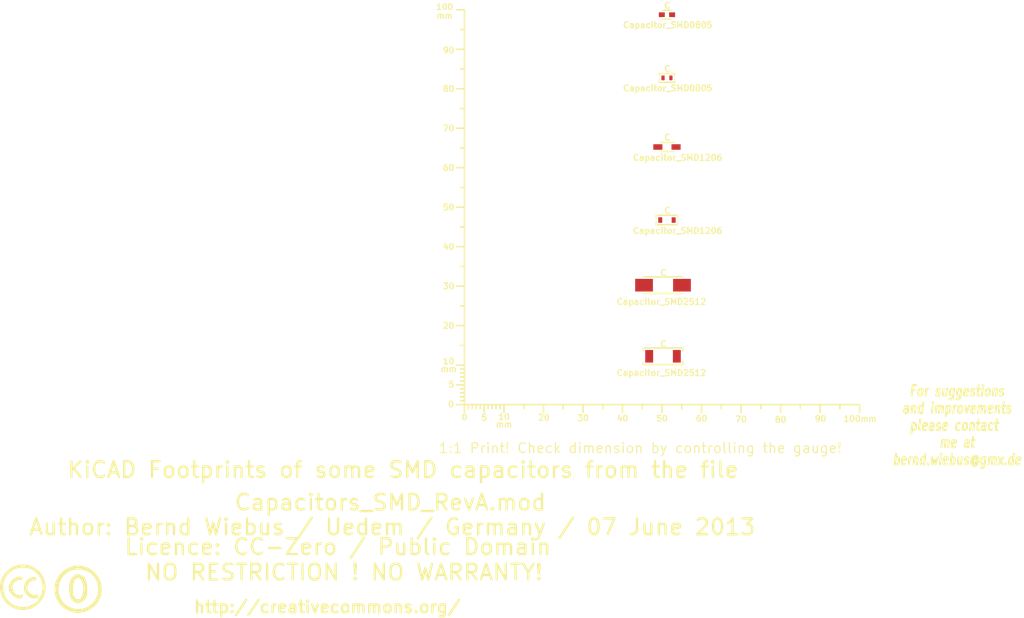
<source format=kicad_pcb>
(kicad_pcb (version 3) (host pcbnew "(2013-03-30 BZR 4007)-stable")

  (general
    (links 0)
    (no_connects 0)
    (area -16.90696 40.805099 274.02378 197.1694)
    (thickness 1.6002)
    (drawings 7)
    (tracks 0)
    (zones 0)
    (modules 9)
    (nets 1)
  )

  (page A4)
  (layers
    (15 Vorderseite signal)
    (0 Rückseite signal)
    (16 B.Adhes user)
    (17 F.Adhes user)
    (18 B.Paste user)
    (19 F.Paste user)
    (20 B.SilkS user)
    (21 F.SilkS user)
    (22 B.Mask user)
    (23 F.Mask user)
    (24 Dwgs.User user)
    (25 Cmts.User user)
    (26 Eco1.User user)
    (27 Eco2.User user)
    (28 Edge.Cuts user)
  )

  (setup
    (last_trace_width 0.2032)
    (trace_clearance 0.254)
    (zone_clearance 0.508)
    (zone_45_only no)
    (trace_min 0.2032)
    (segment_width 0.381)
    (edge_width 0.381)
    (via_size 0.889)
    (via_drill 0.635)
    (via_min_size 0.889)
    (via_min_drill 0.508)
    (uvia_size 0.508)
    (uvia_drill 0.127)
    (uvias_allowed no)
    (uvia_min_size 0.508)
    (uvia_min_drill 0.127)
    (pcb_text_width 0.3048)
    (pcb_text_size 1.524 2.032)
    (mod_edge_width 0.381)
    (mod_text_size 1.524 1.524)
    (mod_text_width 0.3048)
    (pad_size 1.524 1.524)
    (pad_drill 0.8128)
    (pad_to_mask_clearance 0.254)
    (aux_axis_origin 0 0)
    (visible_elements 7FFFFFFF)
    (pcbplotparams
      (layerselection 3178497)
      (usegerberextensions true)
      (excludeedgelayer true)
      (linewidth 60)
      (plotframeref false)
      (viasonmask false)
      (mode 1)
      (useauxorigin false)
      (hpglpennumber 1)
      (hpglpenspeed 20)
      (hpglpendiameter 15)
      (hpglpenoverlay 0)
      (psnegative false)
      (psa4output false)
      (plotreference true)
      (plotvalue true)
      (plotothertext true)
      (plotinvisibletext false)
      (padsonsilk false)
      (subtractmaskfromsilk false)
      (outputformat 1)
      (mirror false)
      (drillshape 1)
      (scaleselection 1)
      (outputdirectory ""))
  )

  (net 0 "")

  (net_class Default "Dies ist die voreingestellte Netzklasse."
    (clearance 0.254)
    (trace_width 0.2032)
    (via_dia 0.889)
    (via_drill 0.635)
    (uvia_dia 0.508)
    (uvia_drill 0.127)
    (add_net "")
  )

  (module Gauge_100mm_Type2_SilkScreenTop_RevA_Date22Jun2010 (layer Vorderseite) (tedit 4D963937) (tstamp 4D88F07A)
    (at 132.75056 141.2494)
    (descr "Gauge, Massstab, 100mm, SilkScreenTop, Type 2,")
    (tags "Gauge, Massstab, 100mm, SilkScreenTop, Type 2,")
    (path Gauge_100mm_Type2_SilkScreenTop_RevA_Date22Jun2010)
    (fp_text reference MSC (at 4.0005 8.99922) (layer F.SilkS) hide
      (effects (font (size 1.524 1.524) (thickness 0.3048)))
    )
    (fp_text value Gauge_100mm_Type2_SilkScreenTop_RevA_Date22Jun2010 (at 45.9994 8.99922) (layer F.SilkS) hide
      (effects (font (size 1.524 1.524) (thickness 0.3048)))
    )
    (fp_text user mm (at 9.99998 5.00126) (layer F.SilkS)
      (effects (font (size 1.524 1.524) (thickness 0.3048)))
    )
    (fp_text user mm (at -4.0005 -8.99922) (layer F.SilkS)
      (effects (font (size 1.524 1.524) (thickness 0.3048)))
    )
    (fp_text user mm (at -5.00126 -98.5012) (layer F.SilkS)
      (effects (font (size 1.524 1.524) (thickness 0.3048)))
    )
    (fp_text user 10 (at 10.00506 3.0988) (layer F.SilkS)
      (effects (font (size 1.50114 1.50114) (thickness 0.29972)))
    )
    (fp_text user 0 (at 0.00508 3.19786) (layer F.SilkS)
      (effects (font (size 1.39954 1.50114) (thickness 0.29972)))
    )
    (fp_text user 5 (at 5.0038 3.29946) (layer F.SilkS)
      (effects (font (size 1.50114 1.50114) (thickness 0.29972)))
    )
    (fp_text user 20 (at 20.1041 3.29946) (layer F.SilkS)
      (effects (font (size 1.50114 1.50114) (thickness 0.29972)))
    )
    (fp_text user 30 (at 30.00502 3.39852) (layer F.SilkS)
      (effects (font (size 1.50114 1.50114) (thickness 0.29972)))
    )
    (fp_text user 40 (at 40.005 3.50012) (layer F.SilkS)
      (effects (font (size 1.50114 1.50114) (thickness 0.29972)))
    )
    (fp_text user 50 (at 50.00498 3.50012) (layer F.SilkS)
      (effects (font (size 1.50114 1.50114) (thickness 0.29972)))
    )
    (fp_text user 60 (at 60.00496 3.50012) (layer F.SilkS)
      (effects (font (size 1.50114 1.50114) (thickness 0.29972)))
    )
    (fp_text user 70 (at 70.00494 3.70078) (layer F.SilkS)
      (effects (font (size 1.50114 1.50114) (thickness 0.29972)))
    )
    (fp_text user 80 (at 80.00492 3.79984) (layer F.SilkS)
      (effects (font (size 1.50114 1.50114) (thickness 0.29972)))
    )
    (fp_text user 90 (at 90.1065 3.60172) (layer F.SilkS)
      (effects (font (size 1.50114 1.50114) (thickness 0.29972)))
    )
    (fp_text user 100mm (at 100.10648 3.60172) (layer F.SilkS)
      (effects (font (size 1.50114 1.50114) (thickness 0.29972)))
    )
    (fp_line (start 0 -8.99922) (end -1.00076 -8.99922) (layer F.SilkS) (width 0.381))
    (fp_line (start 0 -8.001) (end -1.00076 -8.001) (layer F.SilkS) (width 0.381))
    (fp_line (start 0 -7.00024) (end -1.00076 -7.00024) (layer F.SilkS) (width 0.381))
    (fp_line (start 0 -5.99948) (end -1.00076 -5.99948) (layer F.SilkS) (width 0.381))
    (fp_line (start 0 -4.0005) (end -1.00076 -4.0005) (layer F.SilkS) (width 0.381))
    (fp_line (start 0 -2.99974) (end -1.00076 -2.99974) (layer F.SilkS) (width 0.381))
    (fp_line (start 0 -1.99898) (end -1.00076 -1.99898) (layer F.SilkS) (width 0.381))
    (fp_line (start 0 -1.00076) (end -1.00076 -1.00076) (layer F.SilkS) (width 0.381))
    (fp_line (start 0 0) (end -1.99898 0) (layer F.SilkS) (width 0.381))
    (fp_line (start 0 -5.00126) (end -1.99898 -5.00126) (layer F.SilkS) (width 0.381))
    (fp_line (start 0 -9.99998) (end -1.99898 -9.99998) (layer F.SilkS) (width 0.381))
    (fp_line (start 0 -15.00124) (end -1.00076 -15.00124) (layer F.SilkS) (width 0.381))
    (fp_line (start 0 -19.99996) (end -1.99898 -19.99996) (layer F.SilkS) (width 0.381))
    (fp_line (start 0 -25.00122) (end -1.00076 -25.00122) (layer F.SilkS) (width 0.381))
    (fp_line (start 0 -29.99994) (end -1.99898 -29.99994) (layer F.SilkS) (width 0.381))
    (fp_line (start 0 -35.0012) (end -1.00076 -35.0012) (layer F.SilkS) (width 0.381))
    (fp_line (start 0 -39.99992) (end -1.99898 -39.99992) (layer F.SilkS) (width 0.381))
    (fp_line (start 0 -45.00118) (end -1.00076 -45.00118) (layer F.SilkS) (width 0.381))
    (fp_line (start 0 -49.9999) (end -1.99898 -49.9999) (layer F.SilkS) (width 0.381))
    (fp_line (start 0 -55.00116) (end -1.00076 -55.00116) (layer F.SilkS) (width 0.381))
    (fp_line (start 0 -59.99988) (end -1.99898 -59.99988) (layer F.SilkS) (width 0.381))
    (fp_line (start 0 -65.00114) (end -1.00076 -65.00114) (layer F.SilkS) (width 0.381))
    (fp_line (start 0 -69.99986) (end -1.99898 -69.99986) (layer F.SilkS) (width 0.381))
    (fp_line (start 0 -75.00112) (end -1.00076 -75.00112) (layer F.SilkS) (width 0.381))
    (fp_line (start 0 -79.99984) (end -1.99898 -79.99984) (layer F.SilkS) (width 0.381))
    (fp_line (start 0 -85.0011) (end -1.00076 -85.0011) (layer F.SilkS) (width 0.381))
    (fp_line (start 0 -89.99982) (end -1.99898 -89.99982) (layer F.SilkS) (width 0.381))
    (fp_line (start 0 -95.00108) (end -1.00076 -95.00108) (layer F.SilkS) (width 0.381))
    (fp_line (start 0 0) (end 0 -99.9998) (layer F.SilkS) (width 0.381))
    (fp_line (start 0 -99.9998) (end -1.99898 -99.9998) (layer F.SilkS) (width 0.381))
    (fp_text user 100 (at -4.99872 -100.7491) (layer F.SilkS)
      (effects (font (size 1.50114 1.50114) (thickness 0.29972)))
    )
    (fp_text user 90 (at -4.0005 -89.7509) (layer F.SilkS)
      (effects (font (size 1.50114 1.50114) (thickness 0.29972)))
    )
    (fp_text user 80 (at -4.0005 -79.99984) (layer F.SilkS)
      (effects (font (size 1.50114 1.50114) (thickness 0.29972)))
    )
    (fp_text user 70 (at -4.0005 -69.99986) (layer F.SilkS)
      (effects (font (size 1.50114 1.50114) (thickness 0.29972)))
    )
    (fp_text user 60 (at -4.0005 -59.99988) (layer F.SilkS)
      (effects (font (size 1.50114 1.50114) (thickness 0.29972)))
    )
    (fp_text user 50 (at -4.0005 -49.9999) (layer F.SilkS)
      (effects (font (size 1.50114 1.50114) (thickness 0.34036)))
    )
    (fp_text user 40 (at -4.0005 -39.99992) (layer F.SilkS)
      (effects (font (size 1.50114 1.50114) (thickness 0.29972)))
    )
    (fp_text user 30 (at -4.0005 -29.99994) (layer F.SilkS)
      (effects (font (size 1.50114 1.50114) (thickness 0.29972)))
    )
    (fp_text user 20 (at -4.0005 -19.99996) (layer F.SilkS)
      (effects (font (size 1.50114 1.50114) (thickness 0.29972)))
    )
    (fp_line (start 95.00108 0) (end 95.00108 1.00076) (layer F.SilkS) (width 0.381))
    (fp_line (start 89.99982 0) (end 89.99982 1.99898) (layer F.SilkS) (width 0.381))
    (fp_line (start 85.0011 0) (end 85.0011 1.00076) (layer F.SilkS) (width 0.381))
    (fp_line (start 79.99984 0) (end 79.99984 1.99898) (layer F.SilkS) (width 0.381))
    (fp_line (start 75.00112 0) (end 75.00112 1.00076) (layer F.SilkS) (width 0.381))
    (fp_line (start 69.99986 0) (end 69.99986 1.99898) (layer F.SilkS) (width 0.381))
    (fp_line (start 65.00114 0) (end 65.00114 1.00076) (layer F.SilkS) (width 0.381))
    (fp_line (start 59.99988 0) (end 59.99988 1.99898) (layer F.SilkS) (width 0.381))
    (fp_line (start 55.00116 0) (end 55.00116 1.00076) (layer F.SilkS) (width 0.381))
    (fp_line (start 49.9999 0) (end 49.9999 1.99898) (layer F.SilkS) (width 0.381))
    (fp_line (start 45.00118 0) (end 45.00118 1.00076) (layer F.SilkS) (width 0.381))
    (fp_line (start 39.99992 0) (end 39.99992 1.99898) (layer F.SilkS) (width 0.381))
    (fp_line (start 35.0012 0) (end 35.0012 1.00076) (layer F.SilkS) (width 0.381))
    (fp_line (start 29.99994 0) (end 29.99994 1.99898) (layer F.SilkS) (width 0.381))
    (fp_line (start 25.00122 0) (end 25.00122 1.00076) (layer F.SilkS) (width 0.381))
    (fp_line (start 19.99996 0) (end 19.99996 1.99898) (layer F.SilkS) (width 0.381))
    (fp_line (start 15.00124 0) (end 15.00124 1.00076) (layer F.SilkS) (width 0.381))
    (fp_line (start 9.99998 0) (end 99.9998 0) (layer F.SilkS) (width 0.381))
    (fp_line (start 99.9998 0) (end 99.9998 1.99898) (layer F.SilkS) (width 0.381))
    (fp_text user 5 (at -3.302 -5.10286) (layer F.SilkS)
      (effects (font (size 1.50114 1.50114) (thickness 0.29972)))
    )
    (fp_text user 0 (at -3.4036 -0.10414) (layer F.SilkS)
      (effects (font (size 1.50114 1.50114) (thickness 0.29972)))
    )
    (fp_text user 10 (at -4.0005 -11.00074) (layer F.SilkS)
      (effects (font (size 1.50114 1.50114) (thickness 0.29972)))
    )
    (fp_line (start 8.99922 0) (end 8.99922 1.00076) (layer F.SilkS) (width 0.381))
    (fp_line (start 8.001 0) (end 8.001 1.00076) (layer F.SilkS) (width 0.381))
    (fp_line (start 7.00024 0) (end 7.00024 1.00076) (layer F.SilkS) (width 0.381))
    (fp_line (start 5.99948 0) (end 5.99948 1.00076) (layer F.SilkS) (width 0.381))
    (fp_line (start 4.0005 0) (end 4.0005 1.00076) (layer F.SilkS) (width 0.381))
    (fp_line (start 2.99974 0) (end 2.99974 1.00076) (layer F.SilkS) (width 0.381))
    (fp_line (start 1.99898 0) (end 1.99898 1.00076) (layer F.SilkS) (width 0.381))
    (fp_line (start 1.00076 0) (end 1.00076 1.00076) (layer F.SilkS) (width 0.381))
    (fp_line (start 5.00126 0) (end 5.00126 1.99898) (layer F.SilkS) (width 0.381))
    (fp_line (start 0 0) (end 0 1.99898) (layer F.SilkS) (width 0.381))
    (fp_line (start 0 0) (end 9.99998 0) (layer F.SilkS) (width 0.381))
    (fp_line (start 9.99998 0) (end 9.99998 1.99898) (layer F.SilkS) (width 0.381))
  )

  (module Symbol_CC-PublicDomain_SilkScreenTop_Big (layer Vorderseite) (tedit 515D641F) (tstamp 515F0B64)
    (at 35 188)
    (descr "Symbol, CC-PublicDomain, SilkScreen Top, Big,")
    (tags "Symbol, CC-PublicDomain, SilkScreen Top, Big,")
    (path Symbol_CC-Noncommercial_CopperTop_Big)
    (fp_text reference Sym (at 0.59944 -7.29996) (layer F.SilkS) hide
      (effects (font (size 1.524 1.524) (thickness 0.3048)))
    )
    (fp_text value Symbol_CC-PublicDomain_SilkScreenTop_Big (at 0.59944 8.001) (layer F.SilkS) hide
      (effects (font (size 1.524 1.524) (thickness 0.3048)))
    )
    (fp_circle (center 0 0) (end 5.8 -0.05) (layer F.SilkS) (width 0.381))
    (fp_circle (center 0 0) (end 5.5 0) (layer F.SilkS) (width 0.381))
    (fp_circle (center 0.05 0) (end 5.25 0) (layer F.SilkS) (width 0.381))
    (fp_line (start 1.1 -2.5) (end 1.4 -1.9) (layer F.SilkS) (width 0.381))
    (fp_line (start -1.8 1.2) (end -1.6 1.9) (layer F.SilkS) (width 0.381))
    (fp_line (start -1.6 1.9) (end -1.2 2.5) (layer F.SilkS) (width 0.381))
    (fp_line (start 0 -3) (end 0.75 -2.75) (layer F.SilkS) (width 0.381))
    (fp_line (start 0.75 -2.75) (end 1 -2.25) (layer F.SilkS) (width 0.381))
    (fp_line (start 1 -2.25) (end 1.5 -1) (layer F.SilkS) (width 0.381))
    (fp_line (start 1.5 -1) (end 1.5 -0.5) (layer F.SilkS) (width 0.381))
    (fp_line (start 1.5 -0.5) (end 1.5 0.5) (layer F.SilkS) (width 0.381))
    (fp_line (start 1.5 0.5) (end 1.25 1.5) (layer F.SilkS) (width 0.381))
    (fp_line (start 1.25 1.5) (end 0.75 2.5) (layer F.SilkS) (width 0.381))
    (fp_line (start 0.75 2.5) (end 0.25 2.75) (layer F.SilkS) (width 0.381))
    (fp_line (start 0.25 2.75) (end -0.25 2.75) (layer F.SilkS) (width 0.381))
    (fp_line (start -0.25 2.75) (end -0.75 2.5) (layer F.SilkS) (width 0.381))
    (fp_line (start -0.75 2.5) (end -1.25 1.75) (layer F.SilkS) (width 0.381))
    (fp_line (start -1.25 1.75) (end -1.5 0.75) (layer F.SilkS) (width 0.381))
    (fp_line (start -1.5 0.75) (end -1.5 -0.75) (layer F.SilkS) (width 0.381))
    (fp_line (start -1.5 -0.75) (end -1.25 -1.75) (layer F.SilkS) (width 0.381))
    (fp_line (start -1.25 -1.75) (end -1 -2.5) (layer F.SilkS) (width 0.381))
    (fp_line (start -1 -2.5) (end -0.3 -2.9) (layer F.SilkS) (width 0.381))
    (fp_line (start -0.3 -2.9) (end 0.2 -3) (layer F.SilkS) (width 0.381))
    (fp_line (start 0.2 -3) (end 0.8 -3) (layer F.SilkS) (width 0.381))
    (fp_line (start 0.8 -3) (end 1.4 -2.3) (layer F.SilkS) (width 0.381))
    (fp_line (start 1.4 -2.3) (end 1.6 -1.4) (layer F.SilkS) (width 0.381))
    (fp_line (start 1.6 -1.4) (end 1.7 -0.3) (layer F.SilkS) (width 0.381))
    (fp_line (start 1.7 -0.3) (end 1.7 0.9) (layer F.SilkS) (width 0.381))
    (fp_line (start 1.7 0.9) (end 1.4 1.8) (layer F.SilkS) (width 0.381))
    (fp_line (start 1.4 1.8) (end 1 2.7) (layer F.SilkS) (width 0.381))
    (fp_line (start 1 2.7) (end 0.5 3) (layer F.SilkS) (width 0.381))
    (fp_line (start 0.5 3) (end -0.4 3) (layer F.SilkS) (width 0.381))
    (fp_line (start -0.4 3) (end -1.3 2.3) (layer F.SilkS) (width 0.381))
    (fp_line (start -1.3 2.3) (end -1.7 1) (layer F.SilkS) (width 0.381))
    (fp_line (start -1.7 1) (end -1.8 -0.7) (layer F.SilkS) (width 0.381))
    (fp_line (start -1.8 -0.7) (end -1.4 -2.2) (layer F.SilkS) (width 0.381))
    (fp_line (start -1.4 -2.2) (end -1 -2.9) (layer F.SilkS) (width 0.381))
    (fp_line (start -1 -2.9) (end -0.2 -3.3) (layer F.SilkS) (width 0.381))
    (fp_line (start -0.2 -3.3) (end 0.7 -3.2) (layer F.SilkS) (width 0.381))
    (fp_line (start 0.7 -3.2) (end 1.3 -3.1) (layer F.SilkS) (width 0.381))
    (fp_line (start 1.3 -3.1) (end 1.7 -2.4) (layer F.SilkS) (width 0.381))
    (fp_line (start 1.7 -2.4) (end 2 -1.6) (layer F.SilkS) (width 0.381))
    (fp_line (start 2 -1.6) (end 2.1 -0.6) (layer F.SilkS) (width 0.381))
    (fp_line (start 2.1 -0.6) (end 2.1 0.3) (layer F.SilkS) (width 0.381))
    (fp_line (start 2.1 0.3) (end 2.1 1.3) (layer F.SilkS) (width 0.381))
    (fp_line (start 2.1 1.3) (end 1.9 1.8) (layer F.SilkS) (width 0.381))
    (fp_line (start 1.9 1.8) (end 1.5 2.6) (layer F.SilkS) (width 0.381))
    (fp_line (start 1.5 2.6) (end 1.1 3) (layer F.SilkS) (width 0.381))
    (fp_line (start 1.1 3) (end 0.4 3.3) (layer F.SilkS) (width 0.381))
    (fp_line (start 0.4 3.3) (end -0.1 3.4) (layer F.SilkS) (width 0.381))
    (fp_line (start -0.1 3.4) (end -0.8 3.2) (layer F.SilkS) (width 0.381))
    (fp_line (start -0.8 3.2) (end -1.5 2.6) (layer F.SilkS) (width 0.381))
    (fp_line (start -1.5 2.6) (end -1.9 1.7) (layer F.SilkS) (width 0.381))
    (fp_line (start -1.9 1.7) (end -2.1 0.4) (layer F.SilkS) (width 0.381))
    (fp_line (start -2.1 0.4) (end -2.1 -0.6) (layer F.SilkS) (width 0.381))
    (fp_line (start -2.1 -0.6) (end -2 -1.6) (layer F.SilkS) (width 0.381))
    (fp_line (start -2 -1.6) (end -1.7 -2.4) (layer F.SilkS) (width 0.381))
    (fp_line (start -1.7 -2.4) (end -1.2 -3.1) (layer F.SilkS) (width 0.381))
    (fp_line (start -1.2 -3.1) (end -0.4 -3.6) (layer F.SilkS) (width 0.381))
    (fp_line (start -0.4 -3.6) (end 0.4 -3.6) (layer F.SilkS) (width 0.381))
    (fp_line (start 0.4 -3.6) (end 1.1 -3.2) (layer F.SilkS) (width 0.381))
    (fp_line (start 1.1 -3.2) (end 1.1 -2.9) (layer F.SilkS) (width 0.381))
    (fp_line (start 1.1 -2.9) (end 1.8 -1.5) (layer F.SilkS) (width 0.381))
    (fp_line (start 1.8 -1.5) (end 1.8 -0.4) (layer F.SilkS) (width 0.381))
    (fp_line (start 1.8 -0.4) (end 1.8 1.1) (layer F.SilkS) (width 0.381))
    (fp_line (start 1.8 1.1) (end 1.2 2.6) (layer F.SilkS) (width 0.381))
    (fp_line (start 1.2 2.6) (end 0.2 3.2) (layer F.SilkS) (width 0.381))
    (fp_line (start 0.2 3.2) (end -0.5 3.2) (layer F.SilkS) (width 0.381))
    (fp_line (start -0.5 3.2) (end -1.1 2.7) (layer F.SilkS) (width 0.381))
    (fp_line (start -1.1 2.7) (end -1.9 0.6) (layer F.SilkS) (width 0.381))
    (fp_line (start -1.9 0.6) (end -1.7 -1.9) (layer F.SilkS) (width 0.381))
  )

  (module Symbol_CreativeCommons_SilkScreenTop_Type2_Big (layer Vorderseite) (tedit 515D640C) (tstamp 515F46B2)
    (at 21 187.5)
    (descr "Symbol, Creative Commons, SilkScreen Top, Type 2, Big,")
    (tags "Symbol, Creative Commons, SilkScreen Top, Type 2, Big,")
    (path Symbol_CreativeCommons_CopperTop_Type2_Big)
    (fp_text reference Sym (at 0.59944 -7.29996) (layer F.SilkS) hide
      (effects (font (size 1.524 1.524) (thickness 0.3048)))
    )
    (fp_text value Symbol_CreativeCommons_Typ2_SilkScreenTop_Big (at 0.59944 8.001) (layer F.SilkS) hide
      (effects (font (size 1.524 1.524) (thickness 0.3048)))
    )
    (fp_line (start -0.70104 2.70002) (end -0.29972 2.60096) (layer F.SilkS) (width 0.381))
    (fp_line (start -0.29972 2.60096) (end -0.20066 2.10058) (layer F.SilkS) (width 0.381))
    (fp_line (start -2.49936 -1.69926) (end -2.70002 -1.6002) (layer F.SilkS) (width 0.381))
    (fp_line (start -2.70002 -1.6002) (end -3.0988 -1.00076) (layer F.SilkS) (width 0.381))
    (fp_line (start -3.0988 -1.00076) (end -3.29946 -0.50038) (layer F.SilkS) (width 0.381))
    (fp_line (start -3.29946 -0.50038) (end -3.40106 0.39878) (layer F.SilkS) (width 0.381))
    (fp_line (start -3.40106 0.39878) (end -3.29946 0.89916) (layer F.SilkS) (width 0.381))
    (fp_line (start -0.19812 2.4003) (end -0.29718 2.59842) (layer F.SilkS) (width 0.381))
    (fp_line (start 3.70078 2.10058) (end 3.79984 2.4003) (layer F.SilkS) (width 0.381))
    (fp_line (start 2.99974 -2.4003) (end 3.29946 -2.30124) (layer F.SilkS) (width 0.381))
    (fp_line (start 3.29946 -2.30124) (end 3.0988 -1.99898) (layer F.SilkS) (width 0.381))
    (fp_line (start 0 -5.40004) (end -0.50038 -5.40004) (layer F.SilkS) (width 0.381))
    (fp_line (start -0.50038 -5.40004) (end -1.30048 -5.10032) (layer F.SilkS) (width 0.381))
    (fp_line (start -1.30048 -5.10032) (end -1.99898 -4.89966) (layer F.SilkS) (width 0.381))
    (fp_line (start -1.99898 -4.89966) (end -2.70002 -4.699) (layer F.SilkS) (width 0.381))
    (fp_line (start -2.70002 -4.699) (end -3.29946 -4.20116) (layer F.SilkS) (width 0.381))
    (fp_line (start -3.29946 -4.20116) (end -4.0005 -3.59918) (layer F.SilkS) (width 0.381))
    (fp_line (start -4.0005 -3.59918) (end -4.50088 -2.99974) (layer F.SilkS) (width 0.381))
    (fp_line (start -4.50088 -2.99974) (end -5.00126 -2.10058) (layer F.SilkS) (width 0.381))
    (fp_line (start -5.00126 -2.10058) (end -5.30098 -1.09982) (layer F.SilkS) (width 0.381))
    (fp_line (start -5.30098 -1.09982) (end -5.40004 0.09906) (layer F.SilkS) (width 0.381))
    (fp_line (start -5.40004 0.09906) (end -5.19938 1.30048) (layer F.SilkS) (width 0.381))
    (fp_line (start -5.19938 1.30048) (end -4.8006 2.4003) (layer F.SilkS) (width 0.381))
    (fp_line (start -4.8006 2.4003) (end -3.79984 3.8989) (layer F.SilkS) (width 0.381))
    (fp_line (start -3.79984 3.8989) (end -2.60096 4.8006) (layer F.SilkS) (width 0.381))
    (fp_line (start -2.60096 4.8006) (end -1.30048 5.30098) (layer F.SilkS) (width 0.381))
    (fp_line (start -1.30048 5.30098) (end 0.09906 5.30098) (layer F.SilkS) (width 0.381))
    (fp_line (start 0.09906 5.30098) (end 1.6002 5.19938) (layer F.SilkS) (width 0.381))
    (fp_line (start 1.6002 5.19938) (end 2.60096 4.699) (layer F.SilkS) (width 0.381))
    (fp_line (start 2.60096 4.699) (end 4.20116 3.40106) (layer F.SilkS) (width 0.381))
    (fp_line (start 4.20116 3.40106) (end 5.00126 1.80086) (layer F.SilkS) (width 0.381))
    (fp_line (start 5.00126 1.80086) (end 5.40004 0.29972) (layer F.SilkS) (width 0.381))
    (fp_line (start 5.40004 0.29972) (end 5.19938 -1.39954) (layer F.SilkS) (width 0.381))
    (fp_line (start 5.19938 -1.39954) (end 4.699 -2.49936) (layer F.SilkS) (width 0.381))
    (fp_line (start 4.699 -2.49936) (end 3.40106 -4.09956) (layer F.SilkS) (width 0.381))
    (fp_line (start 3.40106 -4.09956) (end 2.4003 -4.8006) (layer F.SilkS) (width 0.381))
    (fp_line (start 2.4003 -4.8006) (end 1.39954 -5.19938) (layer F.SilkS) (width 0.381))
    (fp_line (start 1.39954 -5.19938) (end 0 -5.30098) (layer F.SilkS) (width 0.381))
    (fp_line (start 0.60198 -0.70104) (end 0.50292 -0.20066) (layer F.SilkS) (width 0.381))
    (fp_line (start 0.50292 -0.20066) (end 0.50292 0.49784) (layer F.SilkS) (width 0.381))
    (fp_line (start 0.50292 0.49784) (end 0.60198 1.09982) (layer F.SilkS) (width 0.381))
    (fp_line (start 0.60198 1.09982) (end 1.00076 1.69926) (layer F.SilkS) (width 0.381))
    (fp_line (start 1.00076 1.69926) (end 1.50114 2.19964) (layer F.SilkS) (width 0.381))
    (fp_line (start 1.50114 2.19964) (end 2.10058 2.49936) (layer F.SilkS) (width 0.381))
    (fp_line (start 2.10058 2.49936) (end 2.60096 2.59842) (layer F.SilkS) (width 0.381))
    (fp_line (start 2.60096 2.59842) (end 3.00228 2.59842) (layer F.SilkS) (width 0.381))
    (fp_line (start 3.00228 2.59842) (end 3.40106 2.59842) (layer F.SilkS) (width 0.381))
    (fp_line (start 3.40106 2.59842) (end 3.80238 2.49936) (layer F.SilkS) (width 0.381))
    (fp_line (start 3.80238 2.49936) (end 3.70078 2.2987) (layer F.SilkS) (width 0.381))
    (fp_line (start 3.70078 2.2987) (end 2.80162 2.4003) (layer F.SilkS) (width 0.381))
    (fp_line (start 2.80162 2.4003) (end 1.80086 2.09804) (layer F.SilkS) (width 0.381))
    (fp_line (start 1.80086 2.09804) (end 1.20142 1.6002) (layer F.SilkS) (width 0.381))
    (fp_line (start 1.20142 1.6002) (end 0.80264 0.6985) (layer F.SilkS) (width 0.381))
    (fp_line (start 0.80264 0.6985) (end 0.70104 -0.29972) (layer F.SilkS) (width 0.381))
    (fp_line (start 0.70104 -0.29972) (end 1.00076 -1.00076) (layer F.SilkS) (width 0.381))
    (fp_line (start 1.00076 -1.00076) (end 1.60274 -1.7018) (layer F.SilkS) (width 0.381))
    (fp_line (start 1.60274 -1.7018) (end 2.30124 -2.10058) (layer F.SilkS) (width 0.381))
    (fp_line (start 2.30124 -2.10058) (end 3.00228 -2.10058) (layer F.SilkS) (width 0.381))
    (fp_line (start 3.00228 -2.10058) (end 3.10134 -1.89992) (layer F.SilkS) (width 0.381))
    (fp_line (start 3.10134 -1.89992) (end 2.5019 -1.89992) (layer F.SilkS) (width 0.381))
    (fp_line (start 2.5019 -1.89992) (end 1.80086 -1.6002) (layer F.SilkS) (width 0.381))
    (fp_line (start 1.80086 -1.6002) (end 1.30048 -1.00076) (layer F.SilkS) (width 0.381))
    (fp_line (start 1.30048 -1.00076) (end 1.00076 -0.40132) (layer F.SilkS) (width 0.381))
    (fp_line (start 1.00076 -0.40132) (end 1.00076 0.09906) (layer F.SilkS) (width 0.381))
    (fp_line (start 1.00076 0.09906) (end 1.00076 0.6985) (layer F.SilkS) (width 0.381))
    (fp_line (start 1.00076 0.6985) (end 1.30048 1.19888) (layer F.SilkS) (width 0.381))
    (fp_line (start 1.30048 1.19888) (end 1.7018 1.69926) (layer F.SilkS) (width 0.381))
    (fp_line (start 1.7018 1.69926) (end 2.30124 1.99898) (layer F.SilkS) (width 0.381))
    (fp_line (start 2.30124 1.99898) (end 2.90068 2.09804) (layer F.SilkS) (width 0.381))
    (fp_line (start 2.90068 2.09804) (end 3.40106 2.09804) (layer F.SilkS) (width 0.381))
    (fp_line (start 3.40106 2.09804) (end 3.70078 1.99898) (layer F.SilkS) (width 0.381))
    (fp_line (start 3.00228 -2.4003) (end 2.40284 -2.4003) (layer F.SilkS) (width 0.381))
    (fp_line (start 2.40284 -2.4003) (end 2.00152 -2.20218) (layer F.SilkS) (width 0.381))
    (fp_line (start 2.00152 -2.20218) (end 1.50114 -2.00152) (layer F.SilkS) (width 0.381))
    (fp_line (start 1.50114 -2.00152) (end 1.10236 -1.6002) (layer F.SilkS) (width 0.381))
    (fp_line (start 1.10236 -1.6002) (end 0.80264 -1.09982) (layer F.SilkS) (width 0.381))
    (fp_line (start 0.80264 -1.09982) (end 0.60198 -0.70104) (layer F.SilkS) (width 0.381))
    (fp_line (start -0.39878 -1.99898) (end -0.89916 -1.99898) (layer F.SilkS) (width 0.381))
    (fp_line (start -0.89916 -1.99898) (end -1.39954 -1.89738) (layer F.SilkS) (width 0.381))
    (fp_line (start -1.39954 -1.89738) (end -1.89992 -1.59766) (layer F.SilkS) (width 0.381))
    (fp_line (start -1.89992 -1.59766) (end -2.4003 -1.19888) (layer F.SilkS) (width 0.381))
    (fp_line (start -2.4003 -1.30048) (end -2.70002 -0.8001) (layer F.SilkS) (width 0.381))
    (fp_line (start -2.70002 -0.8001) (end -2.79908 -0.29972) (layer F.SilkS) (width 0.381))
    (fp_line (start -2.79908 -0.29972) (end -2.79908 0.20066) (layer F.SilkS) (width 0.381))
    (fp_line (start -2.79908 0.20066) (end -2.59842 1.00076) (layer F.SilkS) (width 0.381))
    (fp_line (start -2.69748 1.00076) (end -2.39776 1.39954) (layer F.SilkS) (width 0.381))
    (fp_line (start -2.29616 1.4986) (end -1.79578 1.89992) (layer F.SilkS) (width 0.381))
    (fp_line (start -1.79578 1.89992) (end -1.29794 2.09804) (layer F.SilkS) (width 0.381))
    (fp_line (start -1.29794 2.09804) (end -0.89662 2.19964) (layer F.SilkS) (width 0.381))
    (fp_line (start -0.89662 2.19964) (end -0.49784 2.19964) (layer F.SilkS) (width 0.381))
    (fp_line (start -0.49784 2.19964) (end -0.19812 2.09804) (layer F.SilkS) (width 0.381))
    (fp_line (start -0.19812 2.09804) (end -0.29718 2.4003) (layer F.SilkS) (width 0.381))
    (fp_line (start -0.29718 2.4003) (end -0.89662 2.49936) (layer F.SilkS) (width 0.381))
    (fp_line (start -0.89662 2.49936) (end -1.59766 2.2987) (layer F.SilkS) (width 0.381))
    (fp_line (start -1.59766 2.2987) (end -2.29616 1.79832) (layer F.SilkS) (width 0.381))
    (fp_line (start -2.29616 1.79832) (end -2.79654 1.29794) (layer F.SilkS) (width 0.381))
    (fp_line (start -2.79908 1.39954) (end -2.99974 0.70104) (layer F.SilkS) (width 0.381))
    (fp_line (start -2.99974 0.70104) (end -3.0988 0) (layer F.SilkS) (width 0.381))
    (fp_line (start -3.0988 0) (end -2.99974 -0.59944) (layer F.SilkS) (width 0.381))
    (fp_line (start -2.99974 -0.8001) (end -2.70002 -1.30048) (layer F.SilkS) (width 0.381))
    (fp_line (start -2.70002 -1.09982) (end -2.19964 -1.6002) (layer F.SilkS) (width 0.381))
    (fp_line (start -2.19964 -1.69926) (end -1.69926 -1.99898) (layer F.SilkS) (width 0.381))
    (fp_line (start -1.69926 -1.99898) (end -1.19888 -2.19964) (layer F.SilkS) (width 0.381))
    (fp_line (start -1.19888 -2.19964) (end -0.6985 -2.19964) (layer F.SilkS) (width 0.381))
    (fp_line (start -0.6985 -2.19964) (end -0.29972 -2.19964) (layer F.SilkS) (width 0.381))
    (fp_line (start -0.29972 -2.19964) (end -0.20066 -2.39776) (layer F.SilkS) (width 0.381))
    (fp_line (start -0.20066 -2.39776) (end -0.59944 -2.49936) (layer F.SilkS) (width 0.381))
    (fp_line (start -0.59944 -2.49936) (end -1.00076 -2.49936) (layer F.SilkS) (width 0.381))
    (fp_line (start -1.00076 -2.49936) (end -1.4986 -2.39776) (layer F.SilkS) (width 0.381))
    (fp_line (start -1.4986 -2.39776) (end -2.10058 -2.09804) (layer F.SilkS) (width 0.381))
    (fp_line (start -2.10058 -2.09804) (end -2.59842 -1.69926) (layer F.SilkS) (width 0.381))
    (fp_line (start -2.59842 -1.6002) (end -3.0988 -0.89916) (layer F.SilkS) (width 0.381))
    (fp_line (start -3.0988 -0.89916) (end -3.29946 -0.29972) (layer F.SilkS) (width 0.381))
    (fp_line (start -3.29946 -0.29972) (end -3.29946 0.40132) (layer F.SilkS) (width 0.381))
    (fp_line (start -3.29946 0.40132) (end -3.2004 1.00076) (layer F.SilkS) (width 0.381))
    (fp_line (start -3.29946 0.8001) (end -2.99974 1.39954) (layer F.SilkS) (width 0.381))
    (fp_line (start -2.89814 1.4986) (end -2.49682 1.99898) (layer F.SilkS) (width 0.381))
    (fp_line (start -2.49682 1.99898) (end -1.89738 2.4003) (layer F.SilkS) (width 0.381))
    (fp_line (start -1.89738 2.4003) (end -1.19634 2.59842) (layer F.SilkS) (width 0.381))
    (fp_line (start -1.19634 2.59842) (end -0.69596 2.70002) (layer F.SilkS) (width 0.381))
    (fp_line (start -2.9972 1.19888) (end -2.59842 1.19888) (layer F.SilkS) (width 0.381))
    (fp_circle (center 0 0) (end 5.08 1.016) (layer F.SilkS) (width 0.381))
    (fp_circle (center 0 0) (end 5.588 0) (layer F.SilkS) (width 0.381))
  )

  (module Capacitor_SMD0805 (layer Vorderseite) (tedit 4C1FAC9D) (tstamp 51B1AA07)
    (at 184 42.5)
    (descr "Capacitor, SMD, 0805, Hand soldering,")
    (tags "Capacitor, SMD, 0805, Hand soldering,")
    (fp_text reference C (at 0.09906 -2.30124) (layer F.SilkS)
      (effects (font (size 1.524 1.524) (thickness 0.3048)))
    )
    (fp_text value Capacitor_SMD0805 (at 0.20066 2.60096) (layer F.SilkS)
      (effects (font (size 1.524 1.524) (thickness 0.3048)))
    )
    (fp_line (start 0 -1.143) (end -1.016 -1.143) (layer F.SilkS) (width 0.381))
    (fp_line (start 0 -1.143) (end 1.016 -1.143) (layer F.SilkS) (width 0.381))
    (fp_line (start 0 1.143) (end -1.016 1.143) (layer F.SilkS) (width 0.381))
    (fp_line (start 0 1.143) (end 1.016 1.143) (layer F.SilkS) (width 0.381))
    (pad 1 smd rect (at -1.30048 0) (size 1.50114 1.19888)
      (layers Vorderseite F.Paste F.Mask)
    )
    (pad 2 smd rect (at 1.30048 0) (size 1.50114 1.19888)
      (layers Vorderseite F.Paste F.Mask)
    )
  )

  (module Capacitor_SMD0805 (layer Vorderseite) (tedit 4C1FAA90) (tstamp 51B1AA71)
    (at 184 58.5)
    (descr "Capacitor, SMD, 0805, Reflow, Wave,")
    (tags "Capacitor, SMD, 0805, Reflow, Wave,")
    (fp_text reference C (at 0.09906 -2.30124) (layer F.SilkS)
      (effects (font (size 1.524 1.524) (thickness 0.3048)))
    )
    (fp_text value Capacitor_SMD0805 (at 0.20066 2.60096) (layer F.SilkS)
      (effects (font (size 1.524 1.524) (thickness 0.3048)))
    )
    (fp_line (start -1.89992 0.50038) (end -1.89992 1.09982) (layer F.SilkS) (width 0.381))
    (fp_line (start -1.89992 1.09982) (end 1.89992 1.09982) (layer F.SilkS) (width 0.381))
    (fp_line (start 1.89992 1.09982) (end 1.89992 0.50038) (layer F.SilkS) (width 0.381))
    (fp_line (start 1.89992 -0.50038) (end 1.89992 -1.09982) (layer F.SilkS) (width 0.381))
    (fp_line (start 1.89992 -1.09982) (end -1.89992 -1.09982) (layer F.SilkS) (width 0.381))
    (fp_line (start -1.89992 -1.09982) (end -1.89992 -0.50038) (layer F.SilkS) (width 0.381))
    (pad 1 smd rect (at -1.00076 0) (size 0.8001 1.19888)
      (layers Vorderseite F.Paste F.Mask)
    )
    (pad 2 smd rect (at 1.00076 0) (size 0.8001 1.19888)
      (layers Vorderseite F.Paste F.Mask)
    )
  )

  (module Capacitor_SMD1206 (layer Vorderseite) (tedit 4C1FAE9D) (tstamp 51B1AAD9)
    (at 184 76)
    (descr "Capacitor, SMD, 1206, HandSoldering,")
    (tags "Capacitor, SMD, 1206, Hand soldering,")
    (fp_text reference C (at 0.09906 -2.4003) (layer F.SilkS)
      (effects (font (size 1.524 1.524) (thickness 0.3048)))
    )
    (fp_text value Capacitor_SMD1206 (at 2.70002 2.70002) (layer F.SilkS)
      (effects (font (size 1.524 1.524) (thickness 0.3048)))
    )
    (fp_line (start 1.651 1.143) (end -1.651 1.143) (layer F.SilkS) (width 0.381))
    (fp_line (start 0 -1.143) (end -1.651 -1.143) (layer F.SilkS) (width 0.381))
    (fp_line (start 0 -1.143) (end 1.651 -1.143) (layer F.SilkS) (width 0.381))
    (pad 1 smd rect (at -2.30124 0) (size 2.30124 1.39954)
      (layers Vorderseite F.Paste F.Mask)
    )
    (pad 2 smd rect (at 2.30124 0) (size 2.30124 1.39954)
      (layers Vorderseite F.Paste F.Mask)
    )
  )

  (module Capacitor_SMD1206 (layer Vorderseite) (tedit 4C1FAA03) (tstamp 51B1AB41)
    (at 184 94.5)
    (descr "Capacitor, SMD, 1206, Reflow, Wave,")
    (tags "Capacitor, SMD, 1206, Reflow, Wave,")
    (fp_text reference C (at 0.09906 -2.4003) (layer F.SilkS)
      (effects (font (size 1.524 1.524) (thickness 0.3048)))
    )
    (fp_text value Capacitor_SMD1206 (at 2.70002 2.70002) (layer F.SilkS)
      (effects (font (size 1.524 1.524) (thickness 0.3048)))
    )
    (fp_line (start -2.70002 0.50038) (end -2.70002 1.19888) (layer F.SilkS) (width 0.381))
    (fp_line (start -2.70002 1.19888) (end 2.70002 1.19888) (layer F.SilkS) (width 0.381))
    (fp_line (start 2.70002 1.19888) (end 2.70002 0.50038) (layer F.SilkS) (width 0.381))
    (fp_line (start 2.70002 -0.50038) (end 2.70002 -1.19888) (layer F.SilkS) (width 0.381))
    (fp_line (start 2.70002 -1.19888) (end -2.70002 -1.19888) (layer F.SilkS) (width 0.381))
    (fp_line (start -2.70002 -1.19888) (end -2.70002 -0.50038) (layer F.SilkS) (width 0.381))
    (pad 1 smd rect (at -1.69926 0) (size 1.00076 1.39954)
      (layers Vorderseite F.Paste F.Mask)
    )
    (pad 2 smd rect (at 1.69926 0) (size 1.00076 1.39954)
      (layers Vorderseite F.Paste F.Mask)
    )
  )

  (module Capacitor_SMD2512 (layer Vorderseite) (tedit 4C1FB425) (tstamp 51B1ABAF)
    (at 183 111)
    (descr "Capacitor, SMD, 2512, Hand soldering,")
    (tags "Capacitor, SMD, 2512, Hand soldering,")
    (fp_text reference C (at 0.09906 -3.0988) (layer F.SilkS)
      (effects (font (size 1.524 1.524) (thickness 0.3048)))
    )
    (fp_text value Capacitor_SMD2512 (at -0.39878 4.20116) (layer F.SilkS)
      (effects (font (size 1.524 1.524) (thickness 0.3048)))
    )
    (fp_circle (center 0 0) (end 0.8001 0) (layer F.Adhes) (width 0.381))
    (fp_line (start -5.00126 2.10058) (end 5.00126 2.10058) (layer F.SilkS) (width 0.381))
    (fp_line (start 4.89966 -2.10058) (end -1.50114 -2.10058) (layer F.SilkS) (width 0.381))
    (fp_line (start -1.50114 -2.10058) (end -5.00126 -2.10058) (layer F.SilkS) (width 0.381))
    (fp_circle (center 0 0) (end 0.50038 0) (layer F.Adhes) (width 0.381))
    (fp_circle (center 0 0) (end 0.20066 0) (layer F.Adhes) (width 0.381))
    (pad 1 smd rect (at -4.8006 0) (size 4.50088 3.2004)
      (layers Vorderseite F.Paste F.Mask)
    )
    (pad 2 smd rect (at 4.8006 0) (size 4.50088 3.2004)
      (layers Vorderseite F.Paste F.Mask)
    )
  )

  (module Capacitor_SMD2512 (layer Vorderseite) (tedit 4C1FA70F) (tstamp 51B1AC25)
    (at 183 129)
    (descr "Capacitor, SMD, 2512, Reflow, Wave,")
    (tags "Capacitor, SMD, 2512, Reflow, Wave,")
    (fp_text reference C (at 0.09906 -3.0988) (layer F.SilkS)
      (effects (font (size 1.524 1.524) (thickness 0.3048)))
    )
    (fp_text value Capacitor_SMD2512 (at -0.39878 4.20116) (layer F.SilkS)
      (effects (font (size 1.524 1.524) (thickness 0.3048)))
    )
    (fp_circle (center 0 0) (end 0.8001 0) (layer F.Adhes) (width 0.381))
    (fp_line (start 5.00126 -2.10058) (end 5.00126 -1.30048) (layer F.SilkS) (width 0.381))
    (fp_line (start -5.00126 1.50114) (end -5.00126 2.10058) (layer F.SilkS) (width 0.381))
    (fp_line (start -5.00126 2.10058) (end 5.00126 2.10058) (layer F.SilkS) (width 0.381))
    (fp_line (start 5.00126 2.10058) (end 5.00126 1.30048) (layer F.SilkS) (width 0.381))
    (fp_line (start 4.89966 -2.10058) (end -1.50114 -2.10058) (layer F.SilkS) (width 0.381))
    (fp_line (start -1.50114 -2.10058) (end -5.00126 -2.10058) (layer F.SilkS) (width 0.381))
    (fp_line (start -5.00126 -2.10058) (end -5.00126 -1.50114) (layer F.SilkS) (width 0.381))
    (fp_circle (center 0 0) (end 0.50038 0) (layer F.Adhes) (width 0.381))
    (fp_circle (center 0 0) (end 0.20066 0) (layer F.Adhes) (width 0.381))
    (pad 1 smd rect (at -3.50012 0) (size 1.99898 3.2004)
      (layers Vorderseite F.Paste F.Mask)
    )
    (pad 2 smd rect (at 3.50012 0) (size 1.99898 3.2004)
      (layers Vorderseite F.Paste F.Mask)
    )
  )

  (gr_text http://creativecommons.org/ (at 98 192.5) (layer F.SilkS)
    (effects (font (size 3 3) (thickness 0.6)))
  )
  (gr_text "For suggestions\nand improvements\nplease contact \nme at\nbernd.wiebus@gmx.de" (at 257.41884 146.4691) (layer F.SilkS)
    (effects (font (size 2.70002 1.99898) (thickness 0.50038) italic))
  )
  (gr_text "1:1 Print! Check dimension by controlling the gauge!" (at 177.24882 152.25014) (layer F.SilkS)
    (effects (font (size 2.49936 2.49936) (thickness 0.29972)))
  )
  (gr_text "Licence: CC-Zero / Public Domain \nNO RESTRICTION ! NO WARRANTY!" (at 102.2501 180.50064) (layer F.SilkS)
    (effects (font (size 4.0005 4.0005) (thickness 0.59944)))
  )
  (gr_text "Author: Bernd Wiebus / Uedem / Germany / 07 June 2013" (at 114.50012 172.24958) (layer F.SilkS)
    (effects (font (size 4.0005 4.0005) (thickness 0.59944)))
  )
  (gr_text Capacitors_SMD_RevA.mod (at 114.00028 165.9989) (layer F.SilkS)
    (effects (font (size 4.0005 4.0005) (thickness 0.59944)))
  )
  (gr_text "KiCAD Footprints of some SMD capacitors from the file " (at 118.75008 157.74898) (layer F.SilkS)
    (effects (font (size 4.0005 4.0005) (thickness 0.59944)))
  )

)

</source>
